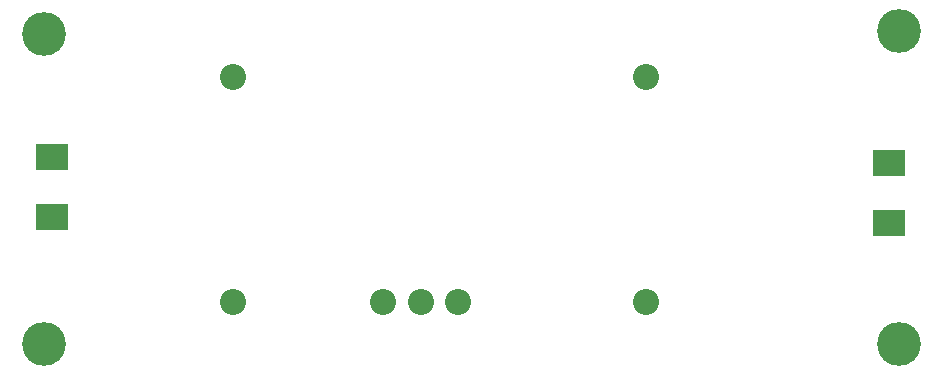
<source format=gbs>
%FSTAX23Y23*%
%MOIN*%
%SFA1B1*%

%IPPOS*%
%ADD22C,0.146000*%
%ADD23C,0.086700*%
%ADD24R,0.106400X0.086700*%
%LNpcb1-1*%
%LPD*%
G54D22*
X0228Y0372D03*
X0513D03*
Y04765D03*
X0228Y04755D03*
G54D23*
X02908Y0461D03*
X04285D03*
Y0386D03*
X0366D03*
X03534D03*
X03408D03*
X02908D03*
G54D24*
X05095Y04325D03*
Y04125D03*
X02305Y04145D03*
Y04345D03*
M02*
</source>
